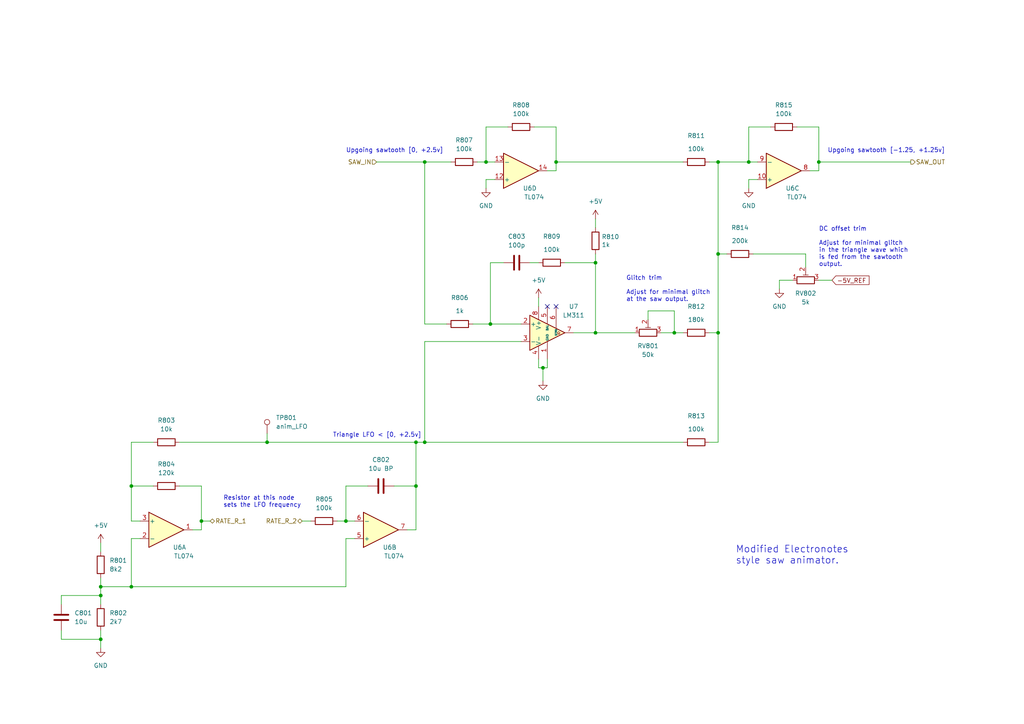
<source format=kicad_sch>
(kicad_sch (version 20230121) (generator eeschema)
  (paper "A4")
  (title_block (title "Josh Ox Ribon Synth Main VCO board") (date "2022-07-23") (rev "0.1") (comment 2 "creativecommons.org/licenses/by/4.0") (comment 3 "license: CC by 4.0") (comment 4 "Author: Jordan Acete"))
  (lib_symbols
    (symbol "Amplifier_Operational:TL074" (pin_names (offset 0.127))
      (property "Reference" "U" (at 0 5.08 0))
      (property "Value" "TL074" (at 0 -5.08 0))
      (symbol "TL074_1_1"
        (polyline (pts (xy -5.08 5.08) (xy 5.08 0) (xy -5.08 -5.08) (xy -5.08 5.08)) (stroke (width 0.254)) (fill (type background)))
        (pin output line (at 7.62 0 180) (length 2.54) (name "~") (number "1"))
        (pin input line (at -7.62 -2.54 0) (length 2.54) (name "-") (number "2"))
        (pin input line (at -7.62 2.54 0) (length 2.54) (name "+") (number "3"))
      )
      (symbol "TL074_2_1"
        (polyline (pts (xy -5.08 5.08) (xy 5.08 0) (xy -5.08 -5.08) (xy -5.08 5.08)) (stroke (width 0.254)) (fill (type background)))
        (pin input line (at -7.62 2.54 0) (length 2.54) (name "+") (number "5"))
        (pin input line (at -7.62 -2.54 0) (length 2.54) (name "-") (number "6"))
        (pin output line (at 7.62 0 180) (length 2.54) (name "~") (number "7"))
      )
      (symbol "TL074_3_1"
        (polyline (pts (xy -5.08 5.08) (xy 5.08 0) (xy -5.08 -5.08) (xy -5.08 5.08)) (stroke (width 0.254)) (fill (type background)))
        (pin input line (at -7.62 2.54 0) (length 2.54) (name "+") (number "10"))
        (pin output line (at 7.62 0 180) (length 2.54) (name "~") (number "8"))
        (pin input line (at -7.62 -2.54 0) (length 2.54) (name "-") (number "9"))
      )
      (symbol "TL074_4_1"
        (polyline (pts (xy -5.08 5.08) (xy 5.08 0) (xy -5.08 -5.08) (xy -5.08 5.08)) (stroke (width 0.254)) (fill (type background)))
        (pin input line (at -7.62 2.54 0) (length 2.54) (name "+") (number "12"))
        (pin input line (at -7.62 -2.54 0) (length 2.54) (name "-") (number "13"))
        (pin output line (at 7.62 0 180) (length 2.54) (name "~") (number "14"))
      )
      (symbol "TL074_5_1"
        (pin power_in line (at -2.54 -7.62 90) (length 3.81) (name "V-") (number "11"))
        (pin power_in line (at -2.54 7.62 270) (length 3.81) (name "V+") (number "4"))
      )
    )
    (symbol "Comparator:LM311" (pin_names (offset 0.127))
      (property "Reference" "U" (at 3.81 6.35 0))
      (property "Value" "LM311" (at 3.81 3.81 0))
      (symbol "LM311_0_1"
        (polyline (pts (xy 5.08 0) (xy -5.08 5.08) (xy -5.08 -5.08) (xy 5.08 0)) (stroke (width 0.254)) (fill (type background)))
        (polyline (pts (xy 3.683 -0.381) (xy 3.302 -0.381) (xy 3.683 0) (xy 3.302 0.381) (xy 2.921 0) (xy 3.302 -0.381) (xy 2.921 -0.381)) (stroke (width 0.127)))
      )
      (symbol "LM311_1_1"
        (pin passive line (at 0 -7.62 90) (length 5.08) (name "GND") (number "1"))
        (pin input line (at -7.62 2.54 0) (length 2.54) (name "+") (number "2"))
        (pin input line (at -7.62 -2.54 0) (length 2.54) (name "-") (number "3"))
        (pin power_in line (at -2.54 -7.62 90) (length 3.81) (name "V-") (number "4"))
        (pin input line (at 0 7.62 270) (length 5.08) (name "BAL") (number "5"))
        (pin input line (at 2.54 7.62 270) (length 6.35) (name "STRB") (number "6"))
        (pin open_collector line (at 7.62 0 180) (length 2.54) (name "~") (number "7"))
        (pin power_in line (at -2.54 7.62 270) (length 3.81) (name "V+") (number "8"))
      )
    )
    (symbol "Connector:TestPoint" (pin_numbers hide) (pin_names (offset 0.762) hide)
      (property "Reference" "TP" (at 0 6.858 0))
      (property "Value" "TestPoint" (at 0 5.08 0))
      (symbol "TestPoint_0_1"
        (circle (center 0 3.302) (radius 0.762))
      )
      (symbol "TestPoint_1_1"
        (pin passive line (at 0 0 90) (length 2.54) (name "1") (number "1"))
      )
    )
    (symbol "Device:C" (pin_numbers hide) (pin_names (offset 0.254))
      (property "Reference" "C" (at 0.635 2.54 0))
      (property "Value" "C" (at 0.635 -2.54 0))
      (symbol "C_0_1"
        (polyline (pts (xy -2.032 -0.762) (xy 2.032 -0.762)) (stroke (width 0.508)))
        (polyline (pts (xy -2.032 0.762) (xy 2.032 0.762)) (stroke (width 0.508)))
      )
      (symbol "C_1_1"
        (pin passive line (at 0 3.81 270) (length 2.794) (name "~") (number "1"))
        (pin passive line (at 0 -3.81 90) (length 2.794) (name "~") (number "2"))
      )
    )
    (symbol "Device:R" (pin_numbers hide) (pin_names (offset 0))
      (property "Reference" "R" (at 2.032 0 90))
      (property "Value" "R" (at 0 0 90))
      (symbol "R_0_1"
        (rectangle (start -1.016 -2.54) (end 1.016 2.54) (stroke (width 0.254)))
      )
      (symbol "R_1_1"
        (pin passive line (at 0 3.81 270) (length 1.27) (name "~") (number "1"))
        (pin passive line (at 0 -3.81 90) (length 1.27) (name "~") (number "2"))
      )
    )
    (symbol "Device:R_Potentiometer_Trim" (pin_names (offset 1.016) hide)
      (property "Reference" "RV" (at -4.445 0 90))
      (property "Value" "R_Potentiometer_Trim" (at -2.54 0 90))
      (symbol "R_Potentiometer_Trim_0_1"
        (polyline (pts (xy 1.524 0.762) (xy 1.524 -0.762)))
        (polyline (pts (xy 2.54 0) (xy 1.524 0)))
        (rectangle (start 1.016 2.54) (end -1.016 -2.54) (stroke (width 0.254)))
      )
      (symbol "R_Potentiometer_Trim_1_1"
        (pin passive line (at 0 3.81 270) (length 1.27) (name "1") (number "1"))
        (pin passive line (at 3.81 0 180) (length 1.27) (name "2") (number "2"))
        (pin passive line (at 0 -3.81 90) (length 1.27) (name "3") (number "3"))
      )
    )
    (symbol "power:+5V" (power) (pin_names (offset 0))
      (property "Value" "+5V" (at 0 3.556 0))
      (symbol "+5V_0_1"
        (polyline (pts (xy -0.762 1.27) (xy 0 2.54)))
        (polyline (pts (xy 0 0) (xy 0 2.54)))
        (polyline (pts (xy 0 2.54) (xy 0.762 1.27)))
      )
      (symbol "+5V_1_1"
        (pin power_in line (at 0 0 90) (length 0) hide (name "+5V") (number "1"))
      )
    )
    (symbol "power:GND" (power) (pin_names (offset 0))
      (property "Value" "GND" (at 0 -3.81 0))
      (symbol "GND_0_1"
        (polyline (pts (xy 0 0) (xy 0 -1.27) (xy 1.27 -1.27) (xy 0 -2.54) (xy -1.27 -1.27) (xy 0 -1.27)))
      )
      (symbol "GND_1_1"
        (pin power_in line (at 0 0 270) (length 0) hide (name "GND") (number "1"))
      )
    )
  )
  (junction (at 29.21 172.72))
  (junction (at 120.65 140.97))
  (junction (at 208.28 46.99))
  (junction (at 120.65 128.27))
  (junction (at 100.33 151.13))
  (junction (at 172.72 76.2))
  (junction (at 123.19 46.99))
  (junction (at 217.17 46.99))
  (junction (at 208.28 73.66))
  (junction (at 77.47 128.27))
  (junction (at 140.97 46.99))
  (junction (at 172.72 96.52))
  (junction (at 142.24 93.98))
  (junction (at 38.1 140.97))
  (junction (at 29.21 185.42))
  (junction (at 29.21 170.18))
  (junction (at 157.48 106.68))
  (junction (at 161.29 46.99))
  (junction (at 195.58 96.52))
  (junction (at 38.1 170.18))
  (junction (at 237.49 46.99))
  (junction (at 58.42 151.13))
  (junction (at 123.19 128.27))
  (junction (at 208.28 96.52))
  (no_connect (at 158.75 88.9))
  (no_connect (at 161.29 88.9))
  (wire (pts (xy 29.21 172.72) (xy 29.21 175.26)))
  (wire (pts (xy 233.68 73.66) (xy 218.44 73.66)))
  (wire (pts (xy 205.74 128.27) (xy 208.28 128.27)))
  (wire (pts (xy 195.58 90.17) (xy 187.96 90.17)))
  (wire (pts (xy 156.21 86.36) (xy 156.21 88.9)))
  (wire (pts (xy 138.43 46.99) (xy 140.97 46.99)))
  (wire (pts (xy 161.29 36.83) (xy 161.29 46.99)))
  (wire (pts (xy 29.21 170.18) (xy 38.1 170.18)))
  (wire (pts (xy 29.21 170.18) (xy 29.21 172.72)))
  (wire (pts (xy 142.24 93.98) (xy 151.13 93.98)))
  (wire (pts (xy 157.48 106.68) (xy 158.75 106.68)))
  (wire (pts (xy 161.29 46.99) (xy 198.12 46.99)))
  (wire (pts (xy 77.47 125.73) (xy 77.47 128.27)))
  (wire (pts (xy 140.97 46.99) (xy 140.97 36.83)))
  (wire (pts (xy 172.72 63.5) (xy 172.72 66.04)))
  (wire (pts (xy 140.97 54.61) (xy 140.97 52.07)))
  (wire (pts (xy 17.78 182.88) (xy 17.78 185.42)))
  (wire (pts (xy 191.77 96.52) (xy 195.58 96.52)))
  (wire (pts (xy 17.78 185.42) (xy 29.21 185.42)))
  (wire (pts (xy 205.74 46.99) (xy 208.28 46.99)))
  (wire (pts (xy 217.17 36.83) (xy 223.52 36.83)))
  (wire (pts (xy 172.72 76.2) (xy 172.72 96.52)))
  (wire (pts (xy 38.1 156.21) (xy 40.64 156.21)))
  (wire (pts (xy 100.33 151.13) (xy 102.87 151.13)))
  (wire (pts (xy 208.28 46.99) (xy 208.28 73.66)))
  (wire (pts (xy 58.42 151.13) (xy 58.42 153.67)))
  (wire (pts (xy 161.29 46.99) (xy 161.29 49.53)))
  (wire (pts (xy 120.65 140.97) (xy 114.3 140.97)))
  (wire (pts (xy 237.49 36.83) (xy 231.14 36.83)))
  (wire (pts (xy 17.78 172.72) (xy 29.21 172.72)))
  (wire (pts (xy 120.65 128.27) (xy 123.19 128.27)))
  (wire (pts (xy 29.21 157.48) (xy 29.21 160.02)))
  (wire (pts (xy 58.42 140.97) (xy 52.07 140.97)))
  (wire (pts (xy 38.1 151.13) (xy 40.64 151.13)))
  (wire (pts (xy 100.33 140.97) (xy 106.68 140.97)))
  (wire (pts (xy 55.88 153.67) (xy 58.42 153.67)))
  (wire (pts (xy 208.28 46.99) (xy 217.17 46.99)))
  (wire (pts (xy 120.65 140.97) (xy 120.65 153.67)))
  (wire (pts (xy 237.49 81.28) (xy 241.3 81.28)))
  (wire (pts (xy 123.19 46.99) (xy 130.81 46.99)))
  (wire (pts (xy 208.28 128.27) (xy 208.28 96.52)))
  (wire (pts (xy 29.21 167.64) (xy 29.21 170.18)))
  (wire (pts (xy 87.63 151.13) (xy 90.17 151.13)))
  (wire (pts (xy 29.21 185.42) (xy 29.21 182.88)))
  (wire (pts (xy 38.1 140.97) (xy 38.1 151.13)))
  (wire (pts (xy 123.19 99.06) (xy 123.19 128.27)))
  (wire (pts (xy 118.11 153.67) (xy 120.65 153.67)))
  (wire (pts (xy 237.49 49.53) (xy 237.49 46.99)))
  (wire (pts (xy 58.42 140.97) (xy 58.42 151.13)))
  (wire (pts (xy 123.19 46.99) (xy 123.19 93.98)))
  (wire (pts (xy 140.97 46.99) (xy 143.51 46.99)))
  (wire (pts (xy 140.97 52.07) (xy 143.51 52.07)))
  (wire (pts (xy 233.68 77.47) (xy 233.68 73.66)))
  (wire (pts (xy 29.21 185.42) (xy 29.21 187.96)))
  (wire (pts (xy 38.1 170.18) (xy 100.33 170.18)))
  (wire (pts (xy 77.47 128.27) (xy 52.07 128.27)))
  (wire (pts (xy 217.17 52.07) (xy 219.71 52.07)))
  (wire (pts (xy 123.19 99.06) (xy 151.13 99.06)))
  (wire (pts (xy 109.22 46.99) (xy 123.19 46.99)))
  (wire (pts (xy 172.72 73.66) (xy 172.72 76.2)))
  (wire (pts (xy 146.05 76.2) (xy 142.24 76.2)))
  (wire (pts (xy 123.19 128.27) (xy 198.12 128.27)))
  (wire (pts (xy 158.75 49.53) (xy 161.29 49.53)))
  (wire (pts (xy 172.72 96.52) (xy 184.15 96.52)))
  (wire (pts (xy 195.58 96.52) (xy 195.58 90.17)))
  (wire (pts (xy 161.29 36.83) (xy 154.94 36.83)))
  (wire (pts (xy 210.82 73.66) (xy 208.28 73.66)))
  (wire (pts (xy 156.21 106.68) (xy 157.48 106.68)))
  (wire (pts (xy 17.78 175.26) (xy 17.78 172.72)))
  (wire (pts (xy 205.74 96.52) (xy 208.28 96.52)))
  (wire (pts (xy 137.16 93.98) (xy 142.24 93.98)))
  (wire (pts (xy 100.33 156.21) (xy 102.87 156.21)))
  (wire (pts (xy 97.79 151.13) (xy 100.33 151.13)))
  (wire (pts (xy 237.49 46.99) (xy 237.49 36.83)))
  (wire (pts (xy 142.24 76.2) (xy 142.24 93.98)))
  (wire (pts (xy 158.75 104.14) (xy 158.75 106.68)))
  (wire (pts (xy 166.37 96.52) (xy 172.72 96.52)))
  (wire (pts (xy 208.28 73.66) (xy 208.28 96.52)))
  (wire (pts (xy 120.65 140.97) (xy 120.65 128.27)))
  (wire (pts (xy 187.96 90.17) (xy 187.96 92.71)))
  (wire (pts (xy 120.65 128.27) (xy 77.47 128.27)))
  (wire (pts (xy 44.45 128.27) (xy 38.1 128.27)))
  (wire (pts (xy 58.42 151.13) (xy 60.96 151.13)))
  (wire (pts (xy 156.21 104.14) (xy 156.21 106.68)))
  (wire (pts (xy 226.06 81.28) (xy 229.87 81.28)))
  (wire (pts (xy 217.17 46.99) (xy 219.71 46.99)))
  (wire (pts (xy 195.58 96.52) (xy 198.12 96.52)))
  (wire (pts (xy 234.95 49.53) (xy 237.49 49.53)))
  (wire (pts (xy 163.83 76.2) (xy 172.72 76.2)))
  (wire (pts (xy 38.1 128.27) (xy 38.1 140.97)))
  (wire (pts (xy 44.45 140.97) (xy 38.1 140.97)))
  (wire (pts (xy 226.06 83.82) (xy 226.06 81.28)))
  (wire (pts (xy 123.19 93.98) (xy 129.54 93.98)))
  (wire (pts (xy 157.48 106.68) (xy 157.48 110.49)))
  (wire (pts (xy 100.33 151.13) (xy 100.33 140.97)))
  (wire (pts (xy 38.1 156.21) (xy 38.1 170.18)))
  (wire (pts (xy 217.17 54.61) (xy 217.17 52.07)))
  (wire (pts (xy 217.17 46.99) (xy 217.17 36.83)))
  (wire (pts (xy 140.97 36.83) (xy 147.32 36.83)))
  (wire (pts (xy 153.67 76.2) (xy 156.21 76.2)))
  (wire (pts (xy 100.33 156.21) (xy 100.33 170.18)))
  (wire (pts (xy 237.49 46.99) (xy 264.16 46.99)))
  (text "DC offset trim\n\nAdjust for minimal glitch \nin the triangle wave which\nis fed from the sawtooth\noutput." (at 237.49 77.47 0) (effects (font (size 1.27 1.27)) (justify left bottom)))
  (text "Modified Electronotes\nstyle saw animator." (at 213.36 163.83 0) (effects (font (size 2 2)) (justify left bottom)))
  (text "Resistor at this node\nsets the LFO frequency" (at 64.77 147.32 0) (effects (font (size 1.27 1.27)) (justify left bottom)))
  (text "Triangle LFO < [0, +2.5v]" (at 96.52 127 0) (effects (font (size 1.27 1.27)) (justify left bottom)))
  (text "Upgoing sawtooth [-1.25, +1.25v]" (at 240.03 44.45 0) (effects (font (size 1.27 1.27)) (justify left bottom)))
  (text "Glitch trim\n\nAdjust for minimal glitch\nat the saw output." (at 181.61 87.63 0) (effects (font (size 1.27 1.27)) (justify left bottom)))
  (text "Upgoing sawtooth [0, +2.5v]" (at 100.33 44.45 0) (effects (font (size 1.27 1.27)) (justify left bottom)))
  (global_label "-5V_REF" (shape input) (at 241.3 81.28 0) (property "Intersheetrefs" "${INTERSHEET_REFS}" (effects hide)))
  (hierarchical_label "RATE_R_1" (shape bidirectional) (at 60.96 151.13 0))
  (hierarchical_label "SAW_IN" (shape input) (at 109.22 46.99 180))
  (hierarchical_label "SAW_OUT" (shape output) (at 264.16 46.99 0))
  (hierarchical_label "RATE_R_2" (shape bidirectional) (at 87.63 151.13 180))
  (symbol (lib_id "Connector:TestPoint") (at 77.47 125.73 0) (unit 1) (in_bom no)
    (property "Reference" "TP801" (at 80.01 121.1579 0) (effects (justify left)))
    (property "Value" "anim_LFO" (at 80.01 123.6979 0) (effects (justify left)))
    (property "Footprint" "TestPoint:TestPoint_Keystone_5000-5004_Miniature" (effects hide))
    (instances (project "main_VCO_board" (path "" (reference "TP801") (unit 1)) (path "" (reference "TP1601") (unit 1))))
  )
  (symbol (lib_id "Device:R") (at 201.93 128.27 270) (mirror x) (unit 1)
    (property "Reference" "R813" (at 201.93 120.65 90))
    (property "Value" "100k" (at 201.93 124.46 90))
    (property "Footprint" "Resistor_SMD:R_0805_2012Metric" (effects hide))
    (instances (project "main_VCO_board" (path "" (reference "R813") (unit 1)) (path "" (reference "R1613") (unit 1))))
  )
  (symbol (lib_id "Device:R") (at 151.13 36.83 90) (unit 1)
    (property "Reference" "R808" (at 151.13 30.48 90))
    (property "Value" "100k" (at 151.13 33.02 90))
    (property "Footprint" "Resistor_SMD:R_0805_2012Metric" (effects hide))
    (instances (project "main_VCO_board" (path "" (reference "R808") (unit 1)) (path "" (reference "R1608") (unit 1))))
  )
  (symbol (lib_id "power:GND") (at 157.48 110.49 0) (unit 1)
    (property "Reference" "#PWR0805" (effects hide))
    (property "Value" "GND" (at 157.48 115.57 0))
    (instances (project "main_VCO_board" (path "" (reference "#PWR0805") (unit 1)) (path "" (reference "#PWR01605") (unit 1))))
  )
  (symbol (lib_id "Device:R") (at 48.26 128.27 90) (unit 1)
    (property "Reference" "R803" (at 48.26 121.92 90))
    (property "Value" "10k" (at 48.26 124.46 90))
    (property "Footprint" "Resistor_SMD:R_0805_2012Metric" (effects hide))
    (instances (project "main_VCO_board" (path "" (reference "R803") (unit 1)) (path "" (reference "R1603") (unit 1))))
  )
  (symbol (lib_id "Device:R") (at 133.35 93.98 90) (unit 1)
    (property "Reference" "R806" (at 133.35 86.36 90))
    (property "Value" "1k" (at 133.35 90.17 90))
    (property "Footprint" "Resistor_SMD:R_0805_2012Metric" (effects hide))
    (instances (project "main_VCO_board" (path "" (reference "R806") (unit 1)) (path "" (reference "R1606") (unit 1))))
  )
  (symbol (lib_id "power:+5V") (at 156.21 86.36 0) (unit 1)
    (property "Reference" "#PWR0804" (effects hide))
    (property "Value" "+5V" (at 156.21 81.28 0))
    (instances (project "main_VCO_board" (path "" (reference "#PWR0804") (unit 1)) (path "" (reference "#PWR01604") (unit 1))))
  )
  (symbol (lib_id "Device:R") (at 29.21 179.07 0) (unit 1)
    (property "Reference" "R802" (at 31.75 177.7999 0) (effects (justify left)))
    (property "Value" "2k7" (at 31.75 180.3399 0) (effects (justify left)))
    (property "Footprint" "Resistor_SMD:R_0805_2012Metric" (effects hide))
    (instances (project "main_VCO_board" (path "" (reference "R802") (unit 1)) (path "" (reference "R1602") (unit 1))))
  )
  (symbol (lib_id "Amplifier_Operational:TL074") (at 151.13 49.53 0) (mirror x) (unit 4)
    (property "Reference" "U6" (at 153.67 54.61 0))
    (property "Value" "TL074" (at 154.94 57.15 0))
    (property "Footprint" "Package_SO:SOIC-14_3.9x8.7mm_P1.27mm" (effects hide))
    (property "Datasheet" "http://www.ti.com/lit/ds/symlink/tl071.pdf" (effects hide))
    (instances (project "main_VCO_board" (path "" (reference "U6") (unit 4)) (path "" (reference "U12") (unit 4))))
  )
  (symbol (lib_id "Device:R") (at 93.98 151.13 90) (unit 1)
    (property "Reference" "R805" (at 93.98 144.78 90))
    (property "Value" "100k" (at 93.98 147.32 90))
    (property "Footprint" "Resistor_SMD:R_0805_2012Metric" (effects hide))
    (instances (project "main_VCO_board" (path "" (reference "R805") (unit 1)) (path "" (reference "R1605") (unit 1))))
  )
  (symbol (lib_id "Device:R") (at 227.33 36.83 90) (unit 1)
    (property "Reference" "R815" (at 227.33 30.48 90))
    (property "Value" "100k" (at 227.33 33.02 90))
    (property "Footprint" "Resistor_SMD:R_0805_2012Metric" (effects hide))
    (instances (project "main_VCO_board" (path "" (reference "R815") (unit 1)) (path "" (reference "R1615") (unit 1))))
  )
  (symbol (lib_id "Device:R") (at 201.93 96.52 90) (unit 1)
    (property "Reference" "R812" (at 201.93 88.9 90))
    (property "Value" "180k" (at 201.93 92.71 90))
    (property "Footprint" "Resistor_SMD:R_0805_2012Metric" (effects hide))
    (instances (project "main_VCO_board" (path "" (reference "R812") (unit 1)) (path "" (reference "R1612") (unit 1))))
  )
  (symbol (lib_id "Device:R") (at 134.62 46.99 90) (unit 1)
    (property "Reference" "R807" (at 134.62 40.64 90))
    (property "Value" "100k" (at 134.62 43.18 90))
    (property "Footprint" "Resistor_SMD:R_0805_2012Metric" (effects hide))
    (instances (project "main_VCO_board" (path "" (reference "R807") (unit 1)) (path "" (reference "R1607") (unit 1))))
  )
  (symbol (lib_id "Amplifier_Operational:TL074") (at 48.26 153.67 0) (unit 1)
    (property "Reference" "U6" (at 52.07 158.75 0))
    (property "Value" "TL074" (at 53.34 161.29 0))
    (property "Footprint" "Package_SO:SOIC-14_3.9x8.7mm_P1.27mm" (effects hide))
    (property "Datasheet" "http://www.ti.com/lit/ds/symlink/tl071.pdf" (effects hide))
    (instances (project "main_VCO_board" (path "" (reference "U6") (unit 1)) (path "" (reference "U12") (unit 1))))
  )
  (symbol (lib_id "Device:R") (at 201.93 46.99 90) (unit 1)
    (property "Reference" "R811" (at 201.93 39.37 90))
    (property "Value" "100k" (at 201.93 43.18 90))
    (property "Footprint" "Resistor_SMD:R_0805_2012Metric" (effects hide))
    (instances (project "main_VCO_board" (path "" (reference "R811") (unit 1)) (path "" (reference "R1611") (unit 1))))
  )
  (symbol (lib_id "Device:R_Potentiometer_Trim") (at 233.68 81.28 90) (unit 1)
    (property "Reference" "RV802" (at 233.68 85.09 90))
    (property "Value" "5k" (at 233.68 87.63 90))
    (property "Footprint" "Potentiometer_THT:Potentiometer_Bourns_3296W_Vertical" (effects hide))
    (instances (project "main_VCO_board" (path "" (reference "RV802") (unit 1)) (path "" (reference "RV1602") (unit 1))))
  )
  (symbol (lib_id "Device:R") (at 48.26 140.97 90) (unit 1)
    (property "Reference" "R804" (at 48.26 134.62 90))
    (property "Value" "120k" (at 48.26 137.16 90))
    (property "Footprint" "Resistor_SMD:R_0805_2012Metric" (effects hide))
    (instances (project "main_VCO_board" (path "" (reference "R804") (unit 1)) (path "" (reference "R1604") (unit 1))))
  )
  (symbol (lib_id "power:GND") (at 29.21 187.96 0) (unit 1)
    (property "Reference" "#PWR0802" (effects hide))
    (property "Value" "GND" (at 29.21 193.04 0))
    (instances (project "main_VCO_board" (path "" (reference "#PWR0802") (unit 1)) (path "" (reference "#PWR01602") (unit 1))))
  )
  (symbol (lib_id "power:+5V") (at 29.21 157.48 0) (unit 1)
    (property "Reference" "#PWR0801" (effects hide))
    (property "Value" "+5V" (at 29.21 152.4 0))
    (instances (project "main_VCO_board" (path "" (reference "#PWR0801") (unit 1)) (path "" (reference "#PWR01601") (unit 1))))
  )
  (symbol (lib_id "Device:R") (at 29.21 163.83 0) (unit 1)
    (property "Reference" "R801" (at 31.75 162.5599 0) (effects (justify left)))
    (property "Value" "8k2" (at 31.75 165.0999 0) (effects (justify left)))
    (property "Footprint" "Resistor_SMD:R_0805_2012Metric" (effects hide))
    (instances (project "main_VCO_board" (path "" (reference "R801") (unit 1)) (path "" (reference "R1601") (unit 1))))
  )
  (symbol (lib_id "Device:R") (at 160.02 76.2 90) (unit 1)
    (property "Reference" "R809" (at 160.02 68.58 90))
    (property "Value" "100k" (at 160.02 72.39 90))
    (property "Footprint" "Resistor_SMD:R_0805_2012Metric" (effects hide))
    (instances (project "main_VCO_board" (path "" (reference "R809") (unit 1)) (path "" (reference "R1609") (unit 1))))
  )
  (symbol (lib_id "Device:C") (at 149.86 76.2 90) (unit 1)
    (property "Reference" "C803" (at 149.86 68.58 90))
    (property "Value" "100p" (at 149.86 71.12 90))
    (property "Footprint" "Capacitor_SMD:C_0805_2012Metric" (effects hide))
    (instances (project "main_VCO_board" (path "" (reference "C803") (unit 1)) (path "" (reference "C1603") (unit 1))))
  )
  (symbol (lib_id "Comparator:LM311") (at 158.75 96.52 0) (unit 1)
    (property "Reference" "U7" (at 166.37 88.9 0))
    (property "Value" "LM311" (at 166.37 91.44 0))
    (property "Footprint" "Package_SO:SOIC-8_3.9x4.9mm_P1.27mm" (effects hide))
    (property "Datasheet" "https://www.st.com/resource/en/datasheet/lm311.pdf" (effects hide))
    (instances (project "main_VCO_board" (path "" (reference "U7") (unit 1)) (path "" (reference "U13") (unit 1))))
  )
  (symbol (lib_id "Device:C") (at 17.78 179.07 0) (unit 1)
    (property "Reference" "C801" (at 21.59 177.7999 0) (effects (justify left)))
    (property "Value" "10u" (at 21.59 180.3399 0) (effects (justify left)))
    (property "Footprint" "Capacitor_SMD:C_0805_2012Metric" (effects hide))
    (instances (project "main_VCO_board" (path "" (reference "C801") (unit 1)) (path "" (reference "C1601") (unit 1))))
  )
  (symbol (lib_id "Device:R") (at 214.63 73.66 270) (mirror x) (unit 1)
    (property "Reference" "R814" (at 214.63 66.04 90))
    (property "Value" "200k" (at 214.63 69.85 90))
    (property "Footprint" "Resistor_SMD:R_0805_2012Metric" (effects hide))
    (instances (project "main_VCO_board" (path "" (reference "R814") (unit 1)) (path "" (reference "R1614") (unit 1))))
  )
  (symbol (lib_id "power:GND") (at 140.97 54.61 0) (unit 1)
    (property "Reference" "#PWR0803" (effects hide))
    (property "Value" "GND" (at 140.97 59.69 0))
    (instances (project "main_VCO_board" (path "" (reference "#PWR0803") (unit 1)) (path "" (reference "#PWR01603") (unit 1))))
  )
  (symbol (lib_id "Device:C") (at 110.49 140.97 90) (unit 1)
    (property "Reference" "C802" (at 110.49 133.35 90))
    (property "Value" "10u BP" (at 110.49 135.89 90))
    (property "Footprint" "Capacitor_THT:C_Radial_D6.3mm_H5.0mm_P2.50mm" (effects hide))
    (instances (project "main_VCO_board" (path "" (reference "C802") (unit 1)) (path "" (reference "C1602") (unit 1))))
  )
  (symbol (lib_id "power:+5V") (at 172.72 63.5 0) (unit 1)
    (property "Reference" "#PWR0806" (effects hide))
    (property "Value" "+5V" (at 172.72 58.42 0))
    (instances (project "main_VCO_board" (path "" (reference "#PWR0806") (unit 1)) (path "" (reference "#PWR01606") (unit 1))))
  )
  (symbol (lib_id "power:GND") (at 226.06 83.82 0) (unit 1)
    (property "Reference" "#PWR0808" (effects hide))
    (property "Value" "GND" (at 226.06 88.9 0))
    (instances (project "main_VCO_board" (path "" (reference "#PWR0808") (unit 1)) (path "" (reference "#PWR01608") (unit 1))))
  )
  (symbol (lib_id "power:GND") (at 217.17 54.61 0) (unit 1)
    (property "Reference" "#PWR0807" (effects hide))
    (property "Value" "GND" (at 217.17 59.69 0))
    (instances (project "main_VCO_board" (path "" (reference "#PWR0807") (unit 1)) (path "" (reference "#PWR01607") (unit 1))))
  )
  (symbol (lib_id "Amplifier_Operational:TL074") (at 227.33 49.53 0) (mirror x) (unit 3)
    (property "Reference" "U6" (at 229.87 54.61 0))
    (property "Value" "TL074" (at 231.14 57.15 0))
    (property "Footprint" "Package_SO:SOIC-14_3.9x8.7mm_P1.27mm" (effects hide))
    (property "Datasheet" "http://www.ti.com/lit/ds/symlink/tl071.pdf" (effects hide))
    (instances (project "main_VCO_board" (path "" (reference "U6") (unit 3)) (path "" (reference "U12") (unit 3))))
  )
  (symbol (lib_id "Device:R") (at 172.72 69.85 180) (unit 1)
    (property "Reference" "R810" (at 174.498 68.6816 0) (effects (justify right)))
    (property "Value" "1k" (at 174.498 70.993 0) (effects (justify right)))
    (property "Footprint" "Resistor_SMD:R_0805_2012Metric" (effects hide))
    (instances (project "main_VCO_board" (path "" (reference "R810") (unit 1)) (path "" (reference "R1610") (unit 1))))
  )
  (symbol (lib_id "Device:R_Potentiometer_Trim") (at 187.96 96.52 90) (unit 1)
    (property "Reference" "RV801" (at 187.96 100.33 90))
    (property "Value" "50k" (at 187.96 102.87 90))
    (property "Footprint" "Potentiometer_THT:Potentiometer_Bourns_3296W_Vertical" (effects hide))
    (instances (project "main_VCO_board" (path "" (reference "RV801") (unit 1)) (path "" (reference "RV1601") (unit 1))))
  )
  (symbol (lib_id "Amplifier_Operational:TL074") (at 110.49 153.67 0) (mirror x) (unit 2)
    (property "Reference" "U6" (at 113.03 158.75 0))
    (property "Value" "TL074" (at 114.3 161.29 0))
    (property "Footprint" "Package_SO:SOIC-14_3.9x8.7mm_P1.27mm" (effects hide))
    (property "Datasheet" "http://www.ti.com/lit/ds/symlink/tl071.pdf" (effects hide))
    (instances (project "main_VCO_board" (path "" (reference "U6") (unit 2)) (path "" (reference "U12") (unit 2))))
  )
)
</source>
